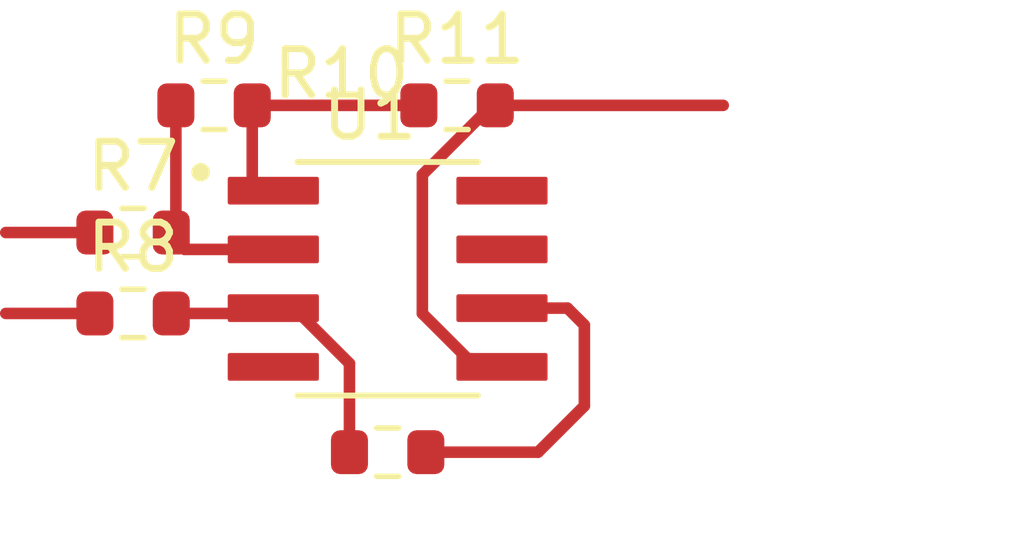
<source format=kicad_pcb>
(kicad_pcb (version 20211014) (generator pcbnew)
  (layers (0 "F.Cu" signal) (31 "B.Cu" signal) (34 "B.Paste" user) (35 "F.Paste" user) (36 "B.SilkS" user "B.Silkscreen") (37 "F.SilkS" user "F.Silkscreen") (38 "B.Mask" user) (39 "F.Mask" user) (44 "Edge.Cuts" user))
  (net 0 "")
  (net 1 "DAC")
  (net 2 "Net-(R7-Pad2)")
  (net 3 "Net-(R10-Pad1)")
  (net 4 "Net-(R11-Pad1)")
  (net 5 "Net-(R10-Pad2)")
  (net 6 "+5V")
  (net 7 "LOAD_SYM")
  (net 8 "VREF")
  (net 9 "-5V")
  (footprint "Resistor_SMD:R_0603_1608Metric" (layer "F.Cu") (at 137.75 43)
    (fp_text reference "R11" (at 0 -1.43) (layer "F.SilkS"))
    (fp_text value "5k")
    (fp_line (start -0.237258 0.5225) (end 0.237258 0.5225) (layer "F.SilkS") (width 0.12))
    (fp_line (start -0.237258 -0.5225) (end 0.237258 -0.5225) (layer "F.SilkS") (width 0.12))
    (pad "1" smd roundrect (at -0.825 0) (size 0.8 0.95) (layers "F.Cu" "F.Paste" "F.Mask") (net 4 "Net-(R11-Pad1)"))
    (pad "2" smd roundrect (at 0.825 0) (size 0.8 0.95) (layers "F.Cu" "F.Paste" "F.Mask") (net 7 "LOAD_SYM"))
  )
  (footprint "Project_PCB_library:SOIC127P599X175-8N" (layer "F.Cu") (at 136.25 46.75)
    (fp_text reference "U1" (at -0.385 -3.537) (layer "F.SilkS"))
    (fp_text value "AD8066ARZ-RL")
    (fp_line (start -1.95 2.525) (end 1.95 2.525) (layer "F.SilkS") (width 0.127))
    (fp_line (start -1.95 -2.525) (end 1.95 -2.525) (layer "F.SilkS") (width 0.127))
    (fp_circle (center -4.04 -2.305) (end -3.94 -2.305) (layer "F.SilkS") (width 0.2) (fill none))
    (pad "1" smd roundrect (at -2.47 -1.905) (size 1.97 0.6) (layers "F.Cu" "F.Paste" "F.Mask") (roundrect_rratio 0.07) (net 4 "Net-(R11-Pad1)"))
    (pad "2" smd roundrect (at -2.47 -0.635) (size 1.97 0.6) (layers "F.Cu" "F.Paste" "F.Mask") (roundrect_rratio 0.07) (net 2 "Net-(R7-Pad2)"))
    (pad "3" smd roundrect (at -2.47 0.635) (size 1.97 0.6) (layers "F.Cu" "F.Paste" "F.Mask") (roundrect_rratio 0.07) (net 3 "Net-(R10-Pad1)"))
    (pad "4" smd roundrect (at -2.47 1.905) (size 1.97 0.6) (layers "F.Cu" "F.Paste" "F.Mask") (roundrect_rratio 0.07) (net 9 "-5V"))
    (pad "5" smd roundrect (at 2.47 1.905) (size 1.97 0.6) (layers "F.Cu" "F.Paste" "F.Mask") (roundrect_rratio 0.07) (net 7 "LOAD_SYM"))
    (pad "6" smd roundrect (at 2.47 0.635) (size 1.97 0.6) (layers "F.Cu" "F.Paste" "F.Mask") (roundrect_rratio 0.07) (net 5 "Net-(R10-Pad2)"))
    (pad "7" smd roundrect (at 2.47 -0.635) (size 1.97 0.6) (layers "F.Cu" "F.Paste" "F.Mask") (roundrect_rratio 0.07) (net 5 "Net-(R10-Pad2)"))
    (pad "8" smd roundrect (at 2.47 -1.905) (size 1.97 0.6) (layers "F.Cu" "F.Paste" "F.Mask") (roundrect_rratio 0.07) (net 6 "+5V"))
  )
  (footprint "Resistor_SMD:R_0603_1608Metric" (layer "F.Cu") (at 130.75 45.75)
    (fp_text reference "R7" (at 0 -1.43) (layer "F.SilkS"))
    (fp_text value "20k")
    (fp_line (start -0.237258 0.5225) (end 0.237258 0.5225) (layer "F.SilkS") (width 0.12))
    (fp_line (start -0.237258 -0.5225) (end 0.237258 -0.5225) (layer "F.SilkS") (width 0.12))
    (pad "1" smd roundrect (at -0.825 0) (size 0.8 0.95) (layers "F.Cu" "F.Paste" "F.Mask") (net 8 "VREF"))
    (pad "2" smd roundrect (at 0.825 0) (size 0.8 0.95) (layers "F.Cu" "F.Paste" "F.Mask") (net 2 "Net-(R7-Pad2)"))
  )
  (footprint "Resistor_SMD:R_0603_1608Metric" (layer "F.Cu") (at 130.75 47.5)
    (fp_text reference "R8" (at 0 -1.43) (layer "F.SilkS"))
    (fp_text value "20k")
    (fp_line (start -0.237258 -0.5225) (end 0.237258 -0.5225) (layer "F.SilkS") (width 0.12))
    (fp_line (start -0.237258 0.5225) (end 0.237258 0.5225) (layer "F.SilkS") (width 0.12))
    (pad "1" smd roundrect (at -0.825 0) (size 0.8 0.95) (layers "F.Cu" "F.Paste" "F.Mask") (net 1 "DAC"))
    (pad "2" smd roundrect (at 0.825 0) (size 0.8 0.95) (layers "F.Cu" "F.Paste" "F.Mask") (net 3 "Net-(R10-Pad1)"))
  )
  (footprint "Resistor_SMD:R_0603_1608Metric" (layer "F.Cu") (at 132.5 43)
    (fp_text reference "R9" (at 0 -1.43) (layer "F.SilkS"))
    (fp_text value "7.4k")
    (fp_line (start -0.237258 -0.5225) (end 0.237258 -0.5225) (layer "F.SilkS") (width 0.12))
    (fp_line (start -0.237258 0.5225) (end 0.237258 0.5225) (layer "F.SilkS") (width 0.12))
    (pad "1" smd roundrect (at -0.825 0) (size 0.8 0.95) (layers "F.Cu" "F.Paste" "F.Mask") (net 2 "Net-(R7-Pad2)"))
    (pad "2" smd roundrect (at 0.825 0) (size 0.8 0.95) (layers "F.Cu" "F.Paste" "F.Mask") (net 4 "Net-(R11-Pad1)"))
  )
  (footprint "Resistor_SMD:R_0603_1608Metric" (layer "F.Cu") (at 136.25 50.5)
    (fp_text reference "R10" (at -1 -8.18) (layer "F.SilkS"))
    (fp_text value "7.4k")
    (fp_line (start -0.237258 0.5225) (end 0.237258 0.5225) (layer "F.SilkS") (width 0.12))
    (fp_line (start -0.237258 -0.5225) (end 0.237258 -0.5225) (layer "F.SilkS") (width 0.12))
    (pad "1" smd roundrect (at -0.825 0) (size 0.8 0.95) (layers "F.Cu" "F.Paste" "F.Mask") (net 3 "Net-(R10-Pad1)"))
    (pad "2" smd roundrect (at 0.825 0) (size 0.8 0.95) (layers "F.Cu" "F.Paste" "F.Mask") (net 5 "Net-(R10-Pad2)"))
  )
  (segment (start 129.925 47.5) (end 128 47.5) (width 0.25) (layer "F.Cu") (net 1))
  (segment (start 131.575 45.75) (end 131.575 45.825) (width 0.25) (layer "F.Cu") (net 2))
  (segment (start 131.575 45.825) (end 131.865 46.115) (width 0.25) (layer "F.Cu") (net 2))
  (segment (start 131.675 45.65) (end 131.575 45.75) (width 0.25) (layer "F.Cu") (net 2))
  (segment (start 131.865 46.115) (end 133.78 46.115) (width 0.25) (layer "F.Cu") (net 2))
  (segment (start 131.675 43) (end 131.675 45.65) (width 0.25) (layer "F.Cu") (net 2))
  (segment (start 134.229337 47.385) (end 133.78 47.385) (width 0.25) (layer "F.Cu") (net 3))
  (segment (start 135.425 50.5) (end 135.425 48.580663) (width 0.25) (layer "F.Cu") (net 3))
  (segment (start 135.425 48.580663) (end 134.229337 47.385) (width 0.25) (layer "F.Cu") (net 3))
  (segment (start 133.665 47.5) (end 133.78 47.385) (width 0.25) (layer "F.Cu") (net 3))
  (segment (start 131.575 47.5) (end 133.665 47.5) (width 0.25) (layer "F.Cu") (net 3))
  (segment (start 133.325 44.845) (end 133.78 44.845) (width 0.25) (layer "F.Cu") (net 4))
  (segment (start 136.925 43) (end 133.325 43) (width 0.25) (layer "F.Cu") (net 4))
  (segment (start 133.325 43) (end 133.325 44.845) (width 0.25) (layer "F.Cu") (net 4))
  (segment (start 140.5 49.5) (end 140.5 47.75) (width 0.25) (layer "F.Cu") (net 5))
  (segment (start 137.075 50.5) (end 139.5 50.5) (width 0.25) (layer "F.Cu") (net 5))
  (segment (start 140.5 47.75) (end 140.135 47.385) (width 0.25) (layer "F.Cu") (net 5))
  (segment (start 139.5 50.5) (end 140.5 49.5) (width 0.25) (layer "F.Cu") (net 5))
  (segment (start 140.135 47.385) (end 138.72 47.385) (width 0.25) (layer "F.Cu") (net 5))
  (segment (start 137 47.5) (end 138.155 48.655) (width 0.25) (layer "F.Cu") (net 7))
  (segment (start 137 44.5) (end 137 47.5) (width 0.25) (layer "F.Cu") (net 7))
  (segment (start 138.155 48.655) (end 138.72 48.655) (width 0.25) (layer "F.Cu") (net 7))
  (segment (start 138.5 43) (end 137 44.5) (width 0.25) (layer "F.Cu") (net 7))
  (segment (start 138.575 43) (end 138.5 43) (width 0.25) (layer "F.Cu") (net 7))
  (segment (start 138.575 43) (end 143.5 43) (width 0.25) (layer "F.Cu") (net 7))
  (segment (start 129.925 45.75) (end 128 45.75) (width 0.25) (layer "F.Cu") (net 8))
)
</source>
